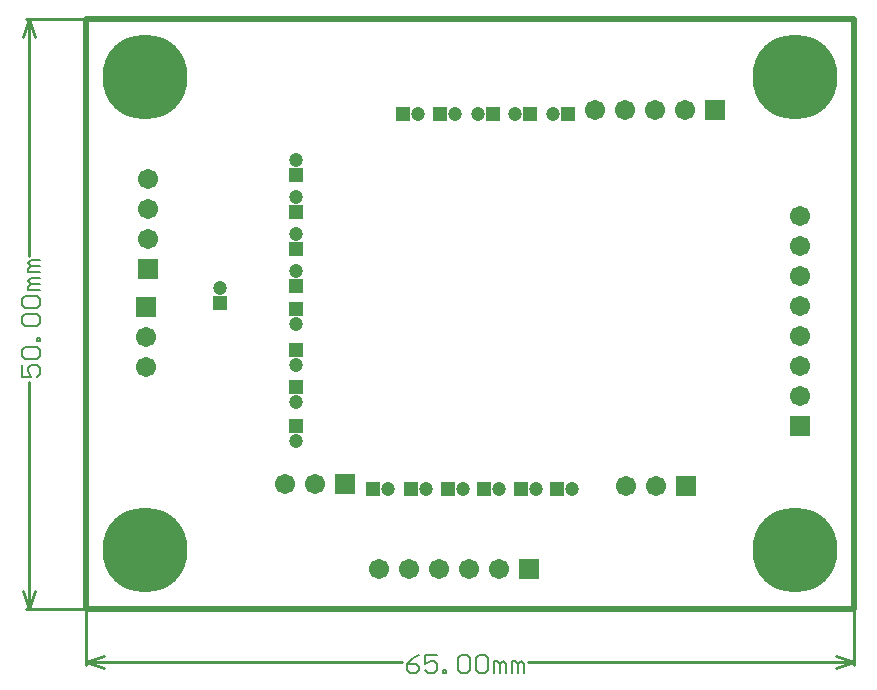
<source format=gbs>
G04*
G04 #@! TF.GenerationSoftware,Altium Limited,Altium Designer,22.0.2 (36)*
G04*
G04 Layer_Color=16711935*
%FSLAX24Y24*%
%MOIN*%
G70*
G04*
G04 #@! TF.SameCoordinates,CD407462-B920-417C-8B87-A3646CBED1B3*
G04*
G04*
G04 #@! TF.FilePolarity,Negative*
G04*
G01*
G75*
%ADD11C,0.0100*%
%ADD14C,0.0197*%
%ADD15C,0.0098*%
%ADD16C,0.0060*%
%ADD22C,0.0671*%
%ADD23R,0.0474X0.0474*%
%ADD24C,0.0474*%
%ADD25R,0.0671X0.0671*%
%ADD26R,0.0671X0.0671*%
%ADD27R,0.0474X0.0474*%
%ADD28C,0.2836*%
D11*
X25591Y-1850D02*
Y0D01*
X0Y-1850D02*
Y0D01*
X-2100Y600D02*
X-1900Y0D01*
X-1700Y600D01*
X-1900Y19685D02*
X-1700Y19085D01*
X-2100D02*
X-1900Y19685D01*
Y0D02*
Y7573D01*
Y11792D02*
Y19685D01*
X-2000Y0D02*
X0D01*
X-2000Y19685D02*
X0D01*
D14*
Y0D02*
Y19685D01*
Y0D02*
X25591D01*
X0Y19685D02*
X25591D01*
Y0D02*
Y19685D01*
D15*
X24991Y-1950D02*
X25591Y-1750D01*
X24991Y-1550D02*
X25591Y-1750D01*
X0D02*
X600Y-1550D01*
X0Y-1750D02*
X600Y-1950D01*
X14745Y-1750D02*
X25591D01*
X0D02*
X10526D01*
D16*
X11086Y-1510D02*
X10886Y-1610D01*
X10686Y-1810D01*
Y-2010D01*
X10786Y-2110D01*
X10986D01*
X11086Y-2010D01*
Y-1910D01*
X10986Y-1810D01*
X10686D01*
X11686Y-1510D02*
X11286D01*
Y-1810D01*
X11486Y-1710D01*
X11586D01*
X11686Y-1810D01*
Y-2010D01*
X11586Y-2110D01*
X11386D01*
X11286Y-2010D01*
X11886Y-2110D02*
Y-2010D01*
X11985D01*
Y-2110D01*
X11886D01*
X12385Y-1610D02*
X12485Y-1510D01*
X12685D01*
X12785Y-1610D01*
Y-2010D01*
X12685Y-2110D01*
X12485D01*
X12385Y-2010D01*
Y-1610D01*
X12985D02*
X13085Y-1510D01*
X13285D01*
X13385Y-1610D01*
Y-2010D01*
X13285Y-2110D01*
X13085D01*
X12985Y-2010D01*
Y-1610D01*
X13585Y-2110D02*
Y-1710D01*
X13685D01*
X13785Y-1810D01*
Y-2110D01*
Y-1810D01*
X13885Y-1710D01*
X13985Y-1810D01*
Y-2110D01*
X14185D02*
Y-1710D01*
X14285D01*
X14385Y-1810D01*
Y-2110D01*
Y-1810D01*
X14485Y-1710D01*
X14585Y-1810D01*
Y-2110D01*
X-2140Y8133D02*
Y7733D01*
X-1840D01*
X-1940Y7933D01*
Y8033D01*
X-1840Y8133D01*
X-1640D01*
X-1540Y8033D01*
Y7833D01*
X-1640Y7733D01*
X-2040Y8333D02*
X-2140Y8433D01*
Y8633D01*
X-2040Y8733D01*
X-1640D01*
X-1540Y8633D01*
Y8433D01*
X-1640Y8333D01*
X-2040D01*
X-1540Y8933D02*
X-1640D01*
Y9033D01*
X-1540D01*
Y8933D01*
X-2040Y9433D02*
X-2140Y9533D01*
Y9732D01*
X-2040Y9832D01*
X-1640D01*
X-1540Y9732D01*
Y9533D01*
X-1640Y9433D01*
X-2040D01*
Y10032D02*
X-2140Y10132D01*
Y10332D01*
X-2040Y10432D01*
X-1640D01*
X-1540Y10332D01*
Y10132D01*
X-1640Y10032D01*
X-2040D01*
X-1540Y10632D02*
X-1940D01*
Y10732D01*
X-1840Y10832D01*
X-1540D01*
X-1840D01*
X-1940Y10932D01*
X-1840Y11032D01*
X-1540D01*
Y11232D02*
X-1940D01*
Y11332D01*
X-1840Y11432D01*
X-1540D01*
X-1840D01*
X-1940Y11532D01*
X-1840Y11632D01*
X-1540D01*
D22*
X23800Y13100D02*
D03*
Y12100D02*
D03*
Y11100D02*
D03*
Y10100D02*
D03*
Y9100D02*
D03*
Y8100D02*
D03*
Y7100D02*
D03*
X9772Y1339D02*
D03*
X10772D02*
D03*
X11772D02*
D03*
X12772D02*
D03*
X13772D02*
D03*
X7618Y4173D02*
D03*
X6618D02*
D03*
X18996Y4114D02*
D03*
X17996D02*
D03*
X2050Y12350D02*
D03*
Y13350D02*
D03*
Y14350D02*
D03*
X2008Y8079D02*
D03*
Y9079D02*
D03*
X16950Y16650D02*
D03*
X17950D02*
D03*
X18950D02*
D03*
X19950D02*
D03*
D23*
X7008Y8650D02*
D03*
Y10020D02*
D03*
Y6100D02*
D03*
Y7400D02*
D03*
Y10780D02*
D03*
Y12000D02*
D03*
Y13260D02*
D03*
Y14488D02*
D03*
X4469Y10228D02*
D03*
D24*
X7008Y8150D02*
D03*
X13750Y4028D02*
D03*
X10059D02*
D03*
X11319D02*
D03*
X12550D02*
D03*
X15000D02*
D03*
X16200D02*
D03*
X23631Y2953D02*
D03*
X22936Y2664D02*
D03*
X22647Y1969D02*
D03*
X22936Y1273D02*
D03*
X23631Y984D02*
D03*
X24327Y1273D02*
D03*
Y2664D02*
D03*
X24616Y1969D02*
D03*
X2953D02*
D03*
X2664Y2664D02*
D03*
Y1273D02*
D03*
X1969Y984D02*
D03*
X1273Y1273D02*
D03*
X984Y1969D02*
D03*
X1273Y2664D02*
D03*
X1969Y2953D02*
D03*
X2953Y17731D02*
D03*
X2664Y18427D02*
D03*
Y17036D02*
D03*
X1969Y16747D02*
D03*
X1273Y17036D02*
D03*
X984Y17731D02*
D03*
X1273Y18427D02*
D03*
X1969Y18716D02*
D03*
X23631D02*
D03*
X22936Y18427D02*
D03*
X22647Y17731D02*
D03*
X22936Y17036D02*
D03*
X23631Y16747D02*
D03*
X24327Y17036D02*
D03*
Y18427D02*
D03*
X24616Y17731D02*
D03*
X7008Y9520D02*
D03*
Y5600D02*
D03*
Y6900D02*
D03*
Y11280D02*
D03*
Y12500D02*
D03*
Y13760D02*
D03*
Y14988D02*
D03*
X4469Y10728D02*
D03*
X13050Y16500D02*
D03*
X15550D02*
D03*
X14300D02*
D03*
X12300D02*
D03*
X11050D02*
D03*
D25*
X23800Y6100D02*
D03*
X2050Y11350D02*
D03*
X2008Y10079D02*
D03*
D26*
X14772Y1339D02*
D03*
X8618Y4173D02*
D03*
X19996Y4114D02*
D03*
X20950Y16650D02*
D03*
D27*
X13250Y4028D02*
D03*
X9559D02*
D03*
X10819D02*
D03*
X12050D02*
D03*
X14500D02*
D03*
X15700D02*
D03*
X13550Y16500D02*
D03*
X16050D02*
D03*
X14800D02*
D03*
X11800D02*
D03*
X10550D02*
D03*
D28*
X23631Y1969D02*
D03*
X1969D02*
D03*
Y17731D02*
D03*
X23631D02*
D03*
M02*

</source>
